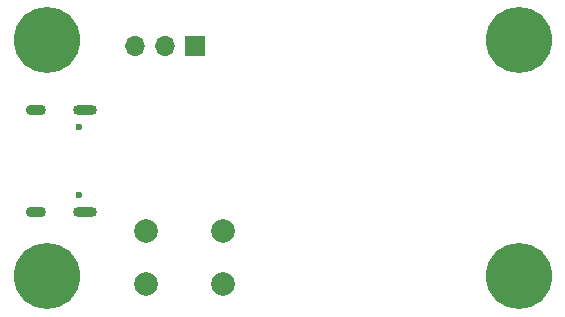
<source format=gbr>
%TF.GenerationSoftware,KiCad,Pcbnew,7.0.1*%
%TF.CreationDate,2024-01-02T22:47:16+00:00*%
%TF.ProjectId,module_test_rig,6d6f6475-6c65-45f7-9465-73745f726967,rev?*%
%TF.SameCoordinates,Original*%
%TF.FileFunction,Soldermask,Bot*%
%TF.FilePolarity,Negative*%
%FSLAX46Y46*%
G04 Gerber Fmt 4.6, Leading zero omitted, Abs format (unit mm)*
G04 Created by KiCad (PCBNEW 7.0.1) date 2024-01-02 22:47:16*
%MOMM*%
%LPD*%
G01*
G04 APERTURE LIST*
%ADD10C,3.600000*%
%ADD11C,5.600000*%
%ADD12R,1.700000X1.700000*%
%ADD13O,1.700000X1.700000*%
%ADD14C,2.000000*%
%ADD15C,0.600000*%
%ADD16O,2.000000X0.900000*%
%ADD17O,1.700000X0.900000*%
G04 APERTURE END LIST*
D10*
%TO.C,H105*%
X135000000Y-75000000D03*
D11*
X135000000Y-75000000D03*
%TD*%
D12*
%TO.C,SW101*%
X147580000Y-75500000D03*
D13*
X145040000Y-75500000D03*
X142500000Y-75500000D03*
%TD*%
D10*
%TO.C,H107*%
X175000001Y-74999999D03*
D11*
X175000001Y-74999999D03*
%TD*%
D14*
%TO.C,SW102*%
X143450000Y-91150000D03*
X149950000Y-91150000D03*
X143450000Y-95650000D03*
X149950000Y-95650000D03*
%TD*%
D10*
%TO.C,H108*%
X175000001Y-94999999D03*
D11*
X175000001Y-94999999D03*
%TD*%
D10*
%TO.C,H106*%
X135000000Y-95000000D03*
D11*
X135000000Y-95000000D03*
%TD*%
D15*
%TO.C,J103*%
X137780000Y-82360000D03*
X137780000Y-88140000D03*
D16*
X138270000Y-80925000D03*
X138270000Y-89575000D03*
D17*
X134100000Y-80925000D03*
X134100000Y-89575000D03*
%TD*%
M02*

</source>
